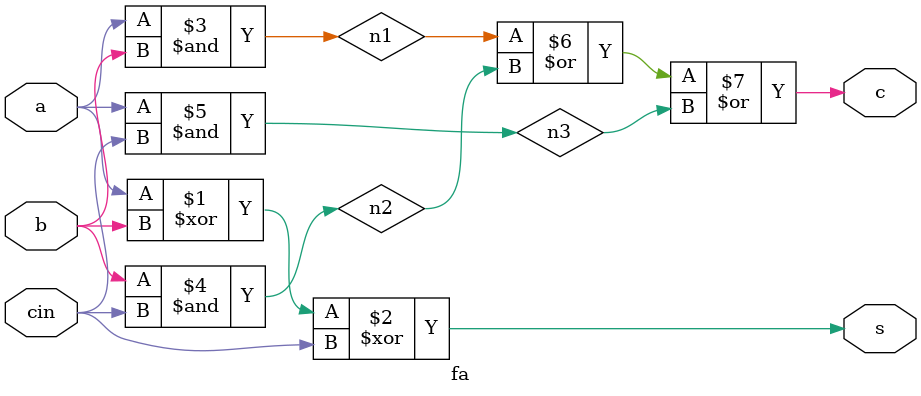
<source format=v>
module fa(a,b,cin,s,c);
input a,b,cin;
output s,c;
wire n1,n2,n3;
xor x1(s,a,b,cin);
and a1(n1,a,b);
and a2(n2,b,cin);
and a3(n3,a,cin);
or o1(c,n1,n2,n3);
endmodule : fa

</source>
